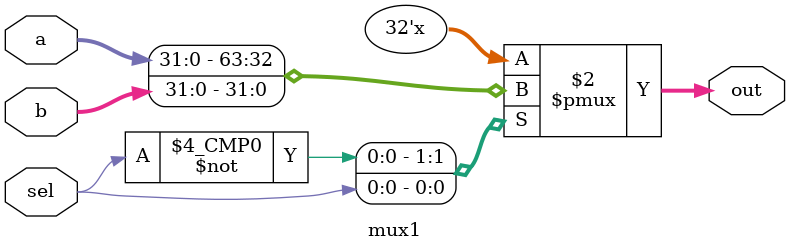
<source format=v>
module mux1(a,b,sel,out);
  input [31:0]a,b;
  input sel;
  output reg [31:0]out;
  always@(*)
    begin
      case(sel)
        1'b0: out=a;
        1'b1: out=b;
        default: out=32'b0;
      endcase
    end
endmodule

</source>
